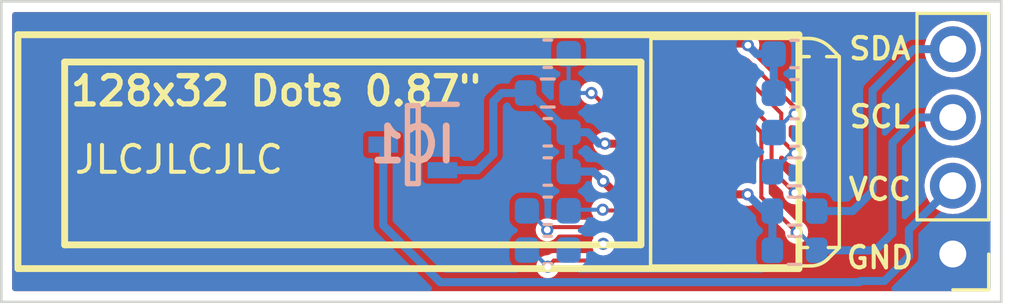
<source format=kicad_pcb>
(kicad_pcb (version 20221018) (generator pcbnew)
  (layers (0 "F.Cu" signal) (31 "B.Cu" signal) (34 "B.Paste" user) (35 "F.Paste" user) (36 "B.SilkS" user "B.Silkscreen") (37 "F.SilkS" user "F.Silkscreen") (38 "B.Mask" user) (39 "F.Mask" user) (44 "Edge.Cuts" user))
  (net 0 "")
  (net 2 "Net-(U1-c2n)")
  (net 3 "Net-(U1-c2p)")
  (net 4 "Net-(U1-c1n)")
  (net 5 "Net-(U1-c1p)")
  (net 6 "GND")
  (net 7 "/VCC_OLED")
  (net 8 "Net-(U1-RES#)")
  (net 9 "Net-(U1-VCOMH)")
  (net 10 "Net-(U1-VCC)")
  (net 11 "/VCC_IN")
  (net 12 "/OLED_SCL")
  (net 13 "/OLED_SDA")
  (net 14 "Net-(U1-IREF)")
  (footprint "kicad_lceda:中景园0.87寸OLED" (layer "F.Cu") (at 89.94 59.285)
    (fp_text reference "U1" hide)
    (fp_text value "中景园_0.87寸OLED" hide)
    (fp_text user "128x32 Dots 0.87\"" (at -22.73 -2.265) (layer "F.SilkS") (effects (font (size 1.05 1.05) (thickness 0.203)) (justify left)))
    (fp_line (start -24.585 -4.364) (end -24.585 4.336) (stroke (width 0.254)) (layer "F.SilkS"))
    (fp_line (start -24.585 -4.364) (end 4.415 -4.364) (stroke (width 0.254)) (layer "F.SilkS"))
    (fp_line (start -22.849 -3.348) (end -1.449 -3.348) (stroke (width 0.254)) (layer "F.SilkS"))
    (fp_line (start -22.849 3.452) (end -22.849 -3.348) (stroke (width 0.254)) (layer "F.SilkS"))
    (fp_line (start -1.449 -3.348) (end -1.449 3.452) (stroke (width 0.254)) (layer "F.SilkS"))
    (fp_line (start -1.449 3.452) (end -22.849 3.452) (stroke (width 0.254)) (layer "F.SilkS"))
    (fp_line (start -1.092 4.24) (end 4.849 4.236) (stroke (width 0.127)) (layer "F.SilkS"))
    (fp_line (start -1.079 -4.226) (end -1.092 4.24) (stroke (width 0.127)) (layer "F.SilkS"))
    (fp_line (start -1.079 -4.226) (end 4.761 -4.226) (stroke (width 0.127)) (layer "F.SilkS"))
    (fp_line (start 4.415 4.336) (end -24.585 4.336) (stroke (width 0.254)) (layer "F.SilkS"))
    (fp_line (start 4.415 4.336) (end 4.415 -4.364) (stroke (width 0.254)) (layer "F.SilkS"))
    (fp_line (start 4.738 3.551) (end 4.415 3.551) (stroke (width 0.127)) (layer "F.SilkS"))
    (fp_line (start 4.798 -3.549) (end 4.415 -3.549) (stroke (width 0.127)) (layer "F.SilkS"))
    (fp_line (start 5.499 3.967) (end 5.915 3.551) (stroke (width 0.127)) (layer "F.SilkS"))
    (fp_line (start 5.574 -3.89) (end 5.915 -3.549) (stroke (width 0.127)) (layer "F.SilkS"))
    (fp_line (start 5.915 -3.549) (end 5.446 -3.549) (stroke (width 0.127)) (layer "F.SilkS"))
    (fp_line (start 5.915 3.551) (end 5.506 3.551) (stroke (width 0.127)) (layer "F.SilkS"))
    (fp_line (start 5.915 3.551) (end 5.915 -3.549) (stroke (width 0.127)) (layer "F.SilkS"))
    (fp_arc (start 4.761 -4.226756) (mid 5.200993 -4.139236) (end 5.574 -3.89) (stroke (width 0.127)) (layer "F.SilkS"))
    (fp_arc (start 5.499 3.967) (mid 5.200769 4.16627) (end 4.848981 4.236239) (stroke (width 0.127)) (layer "F.SilkS"))
    (pad "1" smd rect (at 0 4.035) (size 4 0.32) (layers "F.Cu" "F.Paste" "F.Mask") (net 3 "Net-(U1-c2p)"))
    (pad "2" smd rect (at 0 3.414) (size 4 0.32) (layers "F.Cu" "F.Paste" "F.Mask") (net 2 "Net-(U1-c2n)"))
    (pad "3" smd rect (at 0 2.793) (size 4 0.32) (layers "F.Cu" "F.Paste" "F.Mask") (net 5 "Net-(U1-c1p)"))
    (pad "4" smd rect (at 0 2.173) (size 4 0.32) (layers "F.Cu" "F.Paste" "F.Mask") (net 4 "Net-(U1-c1n)"))
    (pad "5" smd rect (at 0 1.552) (size 4 0.32) (layers "F.Cu" "F.Paste" "F.Mask") (net 7 "/VCC_OLED"))
    (pad "6" smd rect (at 0 0.931) (size 4 0.32) (layers "F.Cu" "F.Paste" "F.Mask"))
    (pad "7" smd rect (at 0 0.31) (size 4 0.32) (layers "F.Cu" "F.Paste" "F.Mask") (net 6 "GND"))
    (pad "8" smd rect (at 0 -0.31) (size 4 0.32) (layers "F.Cu" "F.Paste" "F.Mask") (net 7 "/VCC_OLED"))
    (pad "9" smd rect (at 0 -0.931) (size 4 0.32) (layers "F.Cu" "F.Paste" "F.Mask") (net 8 "Net-(U1-RES#)"))
    (pad "10" smd rect (at 0 -1.552) (size 4 0.32) (layers "F.Cu" "F.Paste" "F.Mask") (net 12 "/OLED_SCL"))
    (pad "11" smd rect (at 0 -2.173) (size 4 0.32) (layers "F.Cu" "F.Paste" "F.Mask") (net 13 "/OLED_SDA"))
    (pad "12" smd rect (at 0 -2.793) (size 4 0.32) (layers "F.Cu" "F.Paste" "F.Mask") (net 14 "Net-(U1-IREF)"))
    (pad "13" smd rect (at 0 -3.414) (size 4 0.32) (layers "F.Cu" "F.Paste" "F.Mask") (net 9 "Net-(U1-VCOMH)"))
    (pad "14" smd rect (at 0 -4.035) (size 4 0.32) (layers "F.Cu" "F.Paste" "F.Mask") (net 10 "Net-(U1-VCC)"))
  )
  (footprint "Connector_PinHeader_2.54mm:PinHeader_1x04_P2.54mm_Vertical" (layer "F.Cu") (at 100.07 63.078 180)
    (fp_text reference "J1" hide)
    (fp_text value "Connector_Pin" hide)
    (fp_line (start -1.33 -1.33) (end 0 -1.33) (stroke (width 0.12)) (layer "F.SilkS"))
    (fp_line (start -1.33 0) (end -1.33 -1.33) (stroke (width 0.12)) (layer "F.SilkS"))
    (fp_line (start -1.33 1.27) (end -1.33 8.95) (stroke (width 0.12)) (layer "F.SilkS"))
    (fp_line (start -1.33 1.27) (end 1.33 1.27) (stroke (width 0.12)) (layer "F.SilkS"))
    (fp_line (start -1.33 8.95) (end 1.33 8.95) (stroke (width 0.12)) (layer "F.SilkS"))
    (fp_line (start 1.33 1.27) (end 1.33 8.95) (stroke (width 0.12)) (layer "F.SilkS"))
    (pad "1" thru_hole rect (at 0 0 180) (size 1.7 1.7) (drill 1) (layers "*.Cu" "*.Mask") (net 6 "GND"))
    (pad "2" thru_hole oval (at 0 2.54 180) (size 1.7 1.7) (drill 1) (layers "*.Cu" "*.Mask") (net 11 "/VCC_IN"))
    (pad "3" thru_hole oval (at 0 5.08 180) (size 1.7 1.7) (drill 1) (layers "*.Cu" "*.Mask") (net 12 "/OLED_SCL"))
    (pad "4" thru_hole oval (at 0 7.62 180) (size 1.7 1.7) (drill 1) (layers "*.Cu" "*.Mask") (net 13 "/OLED_SDA"))
  )
  (footprint "Resistor_SMD:R_0603_1608Metric" (layer "B.Cu") (at 85.03 57.09)
    (fp_text reference "R1" hide)
    (fp_text value "4.7K" hide)
    (fp_line (start -0.237258 -0.5225) (end 0.237258 -0.5225) (stroke (width 0.12)) (layer "B.SilkS"))
    (fp_line (start -0.237258 0.5225) (end 0.237258 0.5225) (stroke (width 0.12)) (layer "B.SilkS"))
    (pad "1" smd roundrect (at -0.825 0) (size 0.8 0.95) (layers "B.Cu" "B.Paste" "B.Mask") (net 7 "/VCC_OLED"))
    (pad "2" smd roundrect (at 0.825 0) (size 0.8 0.95) (layers "B.Cu" "B.Paste" "B.Mask") (net 8 "Net-(U1-RES#)"))
  )
  (footprint "Resistor_SMD:R_0603_1608Metric" (layer "B.Cu") (at 94.195 62.94)
    (fp_text reference "R3" hide)
    (fp_text value "4.7K" hide)
    (fp_line (start -0.237258 -0.5225) (end 0.237258 -0.5225) (stroke (width 0.12)) (layer "B.SilkS"))
    (fp_line (start -0.237258 0.5225) (end 0.237258 0.5225) (stroke (width 0.12)) (layer "B.SilkS"))
    (pad "1" smd roundrect (at -0.825 0) (size 0.8 0.95) (layers "B.Cu" "B.Paste" "B.Mask") (net 7 "/VCC_OLED"))
    (pad "2" smd roundrect (at 0.825 0) (size 0.8 0.95) (layers "B.Cu" "B.Paste" "B.Mask") (net 12 "/OLED_SCL"))
  )
  (footprint "SamacSys_Parts:SOT95P240X115-3N" (layer "B.Cu") (at 80.02 59.01 180)
    (fp_text reference "IC1" (at 0 0) (layer "B.SilkS") (effects (font (size 1.27 1.27) (thickness 0.254)) (justify mirror)))
    (fp_text value "XC6206P332MR" hide)
    (fp_line (start -1.65 1.5) (end -0.55 1.5) (stroke (width 0.2)) (layer "B.SilkS"))
    (fp_line (start -0.2 -1.45) (end -0.2 1.45) (stroke (width 0.2)) (layer "B.SilkS"))
    (fp_line (start -0.2 1.45) (end 0.2 1.45) (stroke (width 0.2)) (layer "B.SilkS"))
    (fp_line (start 0.2 -1.45) (end -0.2 -1.45) (stroke (width 0.2)) (layer "B.SilkS"))
    (fp_line (start 0.2 1.45) (end 0.2 -1.45) (stroke (width 0.2)) (layer "B.SilkS"))
    (pad "1" smd rect (at -1.1 0.95 90) (size 0.6 1.1) (layers "B.Cu" "B.Paste" "B.Mask") (net 6 "GND"))
    (pad "2" smd rect (at -1.1 -0.95 90) (size 0.6 1.1) (layers "B.Cu" "B.Paste" "B.Mask") (net 7 "/VCC_OLED"))
    (pad "3" smd rect (at 1.1 0 90) (size 0.6 1.1) (layers "B.Cu" "B.Paste" "B.Mask") (net 11 "/VCC_IN"))
  )
  (footprint "Capacitor_SMD:C_0603_1608Metric" (layer "B.Cu") (at 94.195 55.64 180)
    (fp_text reference "C7" hide)
    (fp_text value "4.7uF" hide)
    (fp_line (start -0.14058 -0.51) (end 0.14058 -0.51) (stroke (width 0.12)) (layer "B.SilkS"))
    (fp_line (start -0.14058 0.51) (end 0.14058 0.51) (stroke (width 0.12)) (layer "B.SilkS"))
    (pad "1" smd roundrect (at -0.775 0 180) (size 0.9 0.95) (layers "B.Cu" "B.Paste" "B.Mask") (net 6 "GND"))
    (pad "2" smd roundrect (at 0.775 0 180) (size 0.9 0.95) (layers "B.Cu" "B.Paste" "B.Mask") (net 10 "Net-(U1-VCC)"))
  )
  (footprint "Resistor_SMD:R_0603_1608Metric" (layer "B.Cu") (at 94.195 61.48)
    (fp_text reference "R4" hide)
    (fp_text value "4.7K" hide)
    (fp_line (start -0.237258 -0.5225) (end 0.237258 -0.5225) (stroke (width 0.12)) (layer "B.SilkS"))
    (fp_line (start -0.237258 0.5225) (end 0.237258 0.5225) (stroke (width 0.12)) (layer "B.SilkS"))
    (pad "1" smd roundrect (at -0.825 0) (size 0.8 0.95) (layers "B.Cu" "B.Paste" "B.Mask") (net 7 "/VCC_OLED"))
    (pad "2" smd roundrect (at 0.825 0) (size 0.8 0.95) (layers "B.Cu" "B.Paste" "B.Mask") (net 13 "/OLED_SDA"))
  )
  (footprint "Capacitor_SMD:C_0603_1608Metric" (layer "B.Cu") (at 94.195 57.1 180)
    (fp_text reference "C8" hide)
    (fp_text value "0.1uF" hide)
    (fp_line (start -0.14058 -0.51) (end 0.14058 -0.51) (stroke (width 0.12)) (layer "B.SilkS"))
    (fp_line (start -0.14058 0.51) (end 0.14058 0.51) (stroke (width 0.12)) (layer "B.SilkS"))
    (pad "1" smd roundrect (at -0.775 0 180) (size 0.9 0.95) (layers "B.Cu" "B.Paste" "B.Mask") (net 6 "GND"))
    (pad "2" smd roundrect (at 0.775 0 180) (size 0.9 0.95) (layers "B.Cu" "B.Paste" "B.Mask") (net 10 "Net-(U1-VCC)"))
  )
  (footprint "Capacitor_SMD:C_0603_1608Metric" (layer "B.Cu") (at 85.03 58.55)
    (fp_text reference "C3" hide)
    (fp_text value "0.1uF" hide)
    (fp_line (start -0.14058 -0.51) (end 0.14058 -0.51) (stroke (width 0.12)) (layer "B.SilkS"))
    (fp_line (start -0.14058 0.51) (end 0.14058 0.51) (stroke (width 0.12)) (layer "B.SilkS"))
    (pad "1" smd roundrect (at -0.775 0) (size 0.9 0.95) (layers "B.Cu" "B.Paste" "B.Mask") (net 6 "GND"))
    (pad "2" smd roundrect (at 0.775 0) (size 0.9 0.95) (layers "B.Cu" "B.Paste" "B.Mask") (net 7 "/VCC_OLED"))
  )
  (footprint "Capacitor_SMD:C_0603_1608Metric" (layer "B.Cu") (at 85.03 55.63)
    (fp_text reference "C5" hide)
    (fp_text value "4.7uF" hide)
    (fp_line (start -0.14058 -0.51) (end 0.14058 -0.51) (stroke (width 0.12)) (layer "B.SilkS"))
    (fp_line (start -0.14058 0.51) (end 0.14058 0.51) (stroke (width 0.12)) (layer "B.SilkS"))
    (pad "1" smd roundrect (at -0.775 0) (size 0.9 0.95) (layers "B.Cu" "B.Paste" "B.Mask") (net 6 "GND"))
    (pad "2" smd roundrect (at 0.775 0) (size 0.9 0.95) (layers "B.Cu" "B.Paste" "B.Mask") (net 8 "Net-(U1-RES#)"))
  )
  (footprint "Capacitor_SMD:C_0603_1608Metric" (layer "B.Cu") (at 94.195 58.56 180)
    (fp_text reference "C6" hide)
    (fp_text value "2.2uF" hide)
    (fp_line (start -0.14058 -0.51) (end 0.14058 -0.51) (stroke (width 0.12)) (layer "B.SilkS"))
    (fp_line (start -0.14058 0.51) (end 0.14058 0.51) (stroke (width 0.12)) (layer "B.SilkS"))
    (pad "1" smd roundrect (at -0.775 0 180) (size 0.9 0.95) (layers "B.Cu" "B.Paste" "B.Mask") (net 6 "GND"))
    (pad "2" smd roundrect (at 0.775 0 180) (size 0.9 0.95) (layers "B.Cu" "B.Paste" "B.Mask") (net 9 "Net-(U1-VCOMH)"))
  )
  (footprint "Capacitor_SMD:C_0603_1608Metric" (layer "B.Cu") (at 85.03 62.93 180)
    (fp_text reference "C1" hide)
    (fp_text value "1uF" hide)
    (fp_line (start -0.14058 -0.51) (end 0.14058 -0.51) (stroke (width 0.12)) (layer "B.SilkS"))
    (fp_line (start -0.14058 0.51) (end 0.14058 0.51) (stroke (width 0.12)) (layer "B.SilkS"))
    (pad "1" smd roundrect (at -0.775 0 180) (size 0.9 0.95) (layers "B.Cu" "B.Paste" "B.Mask") (net 2 "Net-(U1-c2n)"))
    (pad "2" smd roundrect (at 0.775 0 180) (size 0.9 0.95) (layers "B.Cu" "B.Paste" "B.Mask") (net 3 "Net-(U1-c2p)"))
  )
  (footprint "Resistor_SMD:R_0603_1608Metric" (layer "B.Cu") (at 94.195 60.02 180)
    (fp_text reference "R2" hide)
    (fp_text value "560K" hide)
    (fp_line (start -0.237258 -0.5225) (end 0.237258 -0.5225) (stroke (width 0.12)) (layer "B.SilkS"))
    (fp_line (start -0.237258 0.5225) (end 0.237258 0.5225) (stroke (width 0.12)) (layer "B.SilkS"))
    (pad "1" smd roundrect (at -0.825 0 180) (size 0.8 0.95) (layers "B.Cu" "B.Paste" "B.Mask") (net 6 "GND"))
    (pad "2" smd roundrect (at 0.825 0 180) (size 0.8 0.95) (layers "B.Cu" "B.Paste" "B.Mask") (net 14 "Net-(U1-IREF)"))
  )
  (footprint "Capacitor_SMD:C_0603_1608Metric" (layer "B.Cu") (at 85.03 61.47 180)
    (fp_text reference "C2" hide)
    (fp_text value "1uF" hide)
    (fp_line (start -0.14058 -0.51) (end 0.14058 -0.51) (stroke (width 0.12)) (layer "B.SilkS"))
    (fp_line (start -0.14058 0.51) (end 0.14058 0.51) (stroke (width 0.12)) (layer "B.SilkS"))
    (pad "1" smd roundrect (at -0.775 0 180) (size 0.9 0.95) (layers "B.Cu" "B.Paste" "B.Mask") (net 4 "Net-(U1-c1n)"))
    (pad "2" smd roundrect (at 0.775 0 180) (size 0.9 0.95) (layers "B.Cu" "B.Paste" "B.Mask") (net 5 "Net-(U1-c1p)"))
  )
  (footprint "Capacitor_SMD:C_0603_1608Metric" (layer "B.Cu") (at 85.03 60.01)
    (fp_text reference "C4" hide)
    (fp_text value "4.7uF" hide)
    (fp_line (start -0.14058 -0.51) (end 0.14058 -0.51) (stroke (width 0.12)) (layer "B.SilkS"))
    (fp_line (start -0.14058 0.51) (end 0.14058 0.51) (stroke (width 0.12)) (layer "B.SilkS"))
    (pad "1" smd roundrect (at -0.775 0) (size 0.9 0.95) (layers "B.Cu" "B.Paste" "B.Mask") (net 6 "GND"))
    (pad "2" smd roundrect (at 0.775 0) (size 0.9 0.95) (layers "B.Cu" "B.Paste" "B.Mask") (net 7 "/VCC_OLED"))
  )
  (gr_rect (start 64.74 53.68) (end 101.87 64.86) (stroke (width 0.1)) (fill none) (layer "Edge.Cuts"))
  (gr_text "SCL" (at 96.158095 58.44) (layer "F.SilkS") (effects (font (size 0.8 0.8)) (justify left bottom)))
  (gr_text "GND" (at 96.04381 63.68) (layer "F.SilkS") (effects (font (size 0.8 0.8)) (justify left bottom)))
  (gr_text "JLCJLCJLC" (at 67.38 60.15) (layer "F.SilkS") (effects (font (size 1 1)) (justify left bottom)))
  (gr_text "VCC" (at 96.12 61.14) (layer "F.SilkS") (effects (font (size 0.8 0.8)) (justify left bottom)))
  (gr_text "SDA" (at 96.139048 55.91) (layer "F.SilkS") (effects (font (size 0.8 0.8)) (justify left bottom)))
  (segment (start 89.94 62.699) (end 87.091 62.699) (width 0.15) (layer "F.Cu") (net 2))
  (segment (start 87.091 62.699) (end 87.09 62.7) (width 0.15) (layer "F.Cu") (net 2))
  (via (at 87.09 62.7) (size 0.45) (drill 0.25) (layers "F.Cu" "B.Cu") (net 2))
  (segment (start 86.035 62.7) (end 85.805 62.93) (width 0.15) (layer "B.Cu") (net 2))
  (segment (start 87.09 62.7) (end 86.035 62.7) (width 0.15) (layer "B.Cu") (net 2))
  (segment (start 85.26 63.32) (end 89.94 63.32) (width 0.15) (layer "F.Cu") (net 3))
  (segment (start 85.03 63.55) (end 85.26 63.32) (width 0.15) (layer "F.Cu") (net 3))
  (via (at 85.03 63.55) (size 0.45) (drill 0.25) (layers "F.Cu" "B.Cu") (net 3))
  (segment (start 84.41 62.93) (end 85.03 63.55) (width 0.15) (layer "B.Cu") (net 3))
  (segment (start 84.255 62.93) (end 84.41 62.93) (width 0.15) (layer "B.Cu") (net 3))
  (segment (start 87.098 61.458) (end 87.07 61.43) (width 0.15) (layer "F.Cu") (net 4))
  (segment (start 89.94 61.458) (end 87.098 61.458) (width 0.15) (layer "F.Cu") (net 4))
  (via (at 87.07 61.43) (size 0.45) (drill 0.25) (layers "F.Cu" "B.Cu") (net 4))
  (segment (start 85.845 61.43) (end 85.805 61.47) (width 0.15) (layer "B.Cu") (net 4))
  (segment (start 87.07 61.43) (end 85.845 61.43) (width 0.15) (layer "B.Cu") (net 4))
  (segment (start 85.112 62.078) (end 89.94 62.078) (width 0.15) (layer "F.Cu") (net 5))
  (segment (start 85.01 62.18) (end 85.112 62.078) (width 0.15) (layer "F.Cu") (net 5))
  (via (at 85.01 62.18) (size 0.45) (drill 0.25) (layers "F.Cu" "B.Cu") (net 5))
  (segment (start 84.3 61.47) (end 85.01 62.18) (width 0.15) (layer "B.Cu") (net 5))
  (segment (start 84.255 61.47) (end 84.3 61.47) (width 0.15) (layer "B.Cu") (net 5))
  (segment (start 87.09 60.37) (end 87.557 60.837) (width 0.3) (layer "F.Cu") (net 7))
  (segment (start 89.94 58.975) (end 87.155 58.975) (width 0.3) (layer "F.Cu") (net 7))
  (segment (start 89.963 60.86) (end 89.94 60.837) (width 0.3) (layer "F.Cu") (net 7))
  (segment (start 87.155 58.975) (end 87.15 58.97) (width 0.3) (layer "F.Cu") (net 7))
  (segment (start 92.45 60.86) (end 89.963 60.86) (width 0.3) (layer "F.Cu") (net 7))
  (segment (start 87.557 60.837) (end 89.94 60.837) (width 0.3) (layer "F.Cu") (net 7))
  (via (at 87.15 58.97) (size 0.45) (drill 0.25) (layers "F.Cu" "B.Cu") (net 7))
  (via (at 92.45 60.86) (size 0.45) (drill 0.25) (layers "F.Cu" "B.Cu") (net 7))
  (via (at 87.09 60.37) (size 0.45) (drill 0.25) (layers "F.Cu" "B.Cu") (net 7))
  (segment (start 82.41 59.96) (end 83.01 59.36) (width 0.3) (layer "B.Cu") (net 7))
  (segment (start 87.15 58.97) (end 86.93 58.97) (width 0.3) (layer "B.Cu") (net 7))
  (segment (start 81.12 59.96) (end 82.41 59.96) (width 0.3) (layer "B.Cu") (net 7))
  (segment (start 93.07 61.48) (end 92.45 60.86) (width 0.3) (layer "B.Cu") (net 7))
  (segment (start 93.37 61.48) (end 93.37 62.94) (width 0.3) (layer "B.Cu") (net 7))
  (segment (start 86.51 58.55) (end 85.805 58.55) (width 0.3) (layer "B.Cu") (net 7))
  (segment (start 85.805 58.55) (end 85.805 60.01) (width 0.3) (layer "B.Cu") (net 7))
  (segment (start 84.205 57.09) (end 84.345 57.09) (width 0.3) (layer "B.Cu") (net 7))
  (segment (start 83.32 57.09) (end 84.205 57.09) (width 0.3) (layer "B.Cu") (net 7))
  (segment (start 86.93 58.97) (end 86.51 58.55) (width 0.3) (layer "B.Cu") (net 7))
  (segment (start 83.01 59.36) (end 83.01 57.4) (width 0.3) (layer "B.Cu") (net 7))
  (segment (start 83.01 57.4) (end 83.32 57.09) (width 0.3) (layer "B.Cu") (net 7))
  (segment (start 93.37 61.48) (end 93.07 61.48) (width 0.3) (layer "B.Cu") (net 7))
  (segment (start 84.345 57.09) (end 85.805 58.55) (width 0.3) (layer "B.Cu") (net 7))
  (segment (start 86.73 60.01) (end 85.805 60.01) (width 0.3) (layer "B.Cu") (net 7))
  (segment (start 87.09 60.37) (end 86.73 60.01) (width 0.3) (layer "B.Cu") (net 7))
  (segment (start 89.94 58.354) (end 87.404 58.354) (width 0.15) (layer "F.Cu") (net 8))
  (segment (start 86.97 57.38) (end 86.96 57.37) (width 0.15) (layer "F.Cu") (net 8))
  (segment (start 86.68 57.09) (end 86.65 57.09) (width 0.15) (layer "F.Cu") (net 8))
  (segment (start 86.97 57.92) (end 86.97 57.38) (width 0.15) (layer "F.Cu") (net 8))
  (segment (start 86.96 57.37) (end 86.68 57.09) (width 0.15) (layer "F.Cu") (net 8))
  (segment (start 87.404 58.354) (end 86.97 57.92) (width 0.15) (layer "F.Cu") (net 8))
  (via (at 86.65 57.09) (size 0.45) (drill 0.25) (layers "F.Cu" "B.Cu") (net 8))
  (segment (start 85.805 57.04) (end 85.855 57.09) (width 0.15) (layer "B.Cu") (net 8))
  (segment (start 85.805 55.63) (end 85.805 57.04) (width 0.15) (layer "B.Cu") (net 8))
  (segment (start 86.65 57.09) (end 85.855 57.09) (width 0.15) (layer "B.Cu") (net 8))
  (segment (start 94.2 57.62) (end 94.2 57.87) (width 0.15) (layer "F.Cu") (net 9))
  (segment (start 92.89 56.31) (end 94.2 57.62) (width 0.15) (layer "F.Cu") (net 9))
  (segment (start 89.94 55.871) (end 92.451 55.871) (width 0.15) (layer "F.Cu") (net 9))
  (segment (start 92.451 55.871) (end 92.89 56.31) (width 0.15) (layer "F.Cu") (net 9))
  (via (at 94.2 57.87) (size 0.45) (drill 0.25) (layers "F.Cu" "B.Cu") (net 9))
  (segment (start 94.2 57.87) (end 94.11 57.87) (width 0.15) (layer "B.Cu") (net 9))
  (segment (start 94.11 57.87) (end 93.42 58.56) (width 0.15) (layer "B.Cu") (net 9))
  (segment (start 92.4 55.25) (end 92.46 55.31) (width 0.3) (layer "F.Cu") (net 10))
  (segment (start 89.94 55.25) (end 92.4 55.25) (width 0.3) (layer "F.Cu") (net 10))
  (via (at 92.46 55.31) (size 0.45) (drill 0.25) (layers "F.Cu" "B.Cu") (net 10))
  (segment (start 93.42 55.64) (end 92.79 55.64) (width 0.3) (layer "B.Cu") (net 10))
  (segment (start 93.42 55.64) (end 93.42 57.1) (width 0.3) (layer "B.Cu") (net 10))
  (segment (start 92.79 55.64) (end 92.46 55.31) (width 0.3) (layer "B.Cu") (net 10))
  (segment (start 98.44 63.17) (end 97.53 64.08) (width 0.3) (layer "B.Cu") (net 11))
  (segment (start 100.07 60.538) (end 98.44 62.168) (width 0.3) (layer "B.Cu") (net 11))
  (segment (start 81.035 64.125) (end 78.92 62.01) (width 0.3) (layer "B.Cu") (net 11))
  (segment (start 78.92 62.01) (end 78.92 59.01) (width 0.3) (layer "B.Cu") (net 11))
  (segment (start 98.44 62.168) (end 98.44 63.17) (width 0.3) (layer "B.Cu") (net 11))
  (segment (start 96.595 64.125) (end 81.035 64.125) (width 0.3) (layer "B.Cu") (net 11))
  (segment (start 96.64 64.08) (end 96.595 64.125) (width 0.3) (layer "B.Cu") (net 11))
  (segment (start 97.53 64.08) (end 96.64 64.08) (width 0.3) (layer "B.Cu") (net 11))
  (segment (start 89.94 57.733) (end 92.143 57.733) (width 0.15) (layer "F.Cu") (net 12))
  (segment (start 92.96 58.55) (end 92.96 60.96) (width 0.15) (layer "F.Cu") (net 12))
  (segment (start 92.143 57.733) (end 92.96 58.55) (width 0.15) (layer "F.Cu") (net 12))
  (segment (start 92.96 60.96) (end 94.27 62.27) (width 0.15) (layer "F.Cu") (net 12))
  (via (at 94.27 62.27) (size 0.45) (drill 0.25) (layers "F.Cu" "B.Cu") (net 12))
  (segment (start 97.19 62.94) (end 97.83 62.3) (width 0.3) (layer "B.Cu") (net 12))
  (segment (start 94.35 62.27) (end 95.02 62.94) (width 0.15) (layer "B.Cu") (net 12))
  (segment (start 97.83 58.93) (end 98.762 57.998) (width 0.3) (layer "B.Cu") (net 12))
  (segment (start 98.762 57.998) (end 100.07 57.998) (width 0.3) (layer "B.Cu") (net 12))
  (segment (start 95.02 62.94) (end 97.19 62.94) (width 0.3) (layer "B.Cu") (net 12))
  (segment (start 94.27 62.27) (end 94.35 62.27) (width 0.15) (layer "B.Cu") (net 12))
  (segment (start 97.83 62.3) (end 97.83 58.93) (width 0.3) (layer "B.Cu") (net 12))
  (segment (start 89.94 57.112) (end 92.09 57.112) (width 0.15) (layer "F.Cu") (net 13))
  (segment (start 92.09 57.112) (end 93.34 58.362) (width 0.15) (layer "F.Cu") (net 13))
  (segment (start 93.34 59.94) (end 94.2 60.8) (width 0.15) (layer "F.Cu") (net 13))
  (segment (start 93.34 58.362) (end 93.34 59.94) (width 0.15) (layer "F.Cu") (net 13))
  (via (at 94.2 60.8) (size 0.45) (drill 0.25) (layers "F.Cu" "B.Cu") (net 13))
  (segment (start 97.09 60.74) (end 97.09 56.99) (width 0.3) (layer "B.Cu") (net 13))
  (segment (start 96.35 61.48) (end 97.09 60.74) (width 0.3) (layer "B.Cu") (net 13))
  (segment (start 94.34 60.8) (end 95.02 61.48) (width 0.15) (layer "B.Cu") (net 13))
  (segment (start 98.622 55.458) (end 100.07 55.458) (width 0.3) (layer "B.Cu") (net 13))
  (segment (start 97.09 56.99) (end 98.622 55.458) (width 0.3) (layer "B.Cu") (net 13))
  (segment (start 95.02 61.48) (end 96.35 61.48) (width 0.3) (layer "B.Cu") (net 13))
  (segment (start 94.2 60.8) (end 94.34 60.8) (width 0.15) (layer "B.Cu") (net 13))
  (segment (start 92.342 56.492) (end 93.7 57.85) (width 0.15) (layer "F.Cu") (net 14))
  (segment (start 89.94 56.492) (end 92.342 56.492) (width 0.15) (layer "F.Cu") (net 14))
  (segment (start 93.7 58.82) (end 94.21 59.33) (width 0.15) (layer "F.Cu") (net 14))
  (segment (start 93.7 57.85) (end 93.7 58.82) (width 0.15) (layer "F.Cu") (net 14))
  (via (at 94.21 59.33) (size 0.45) (drill 0.25) (layers "F.Cu" "B.Cu") (net 14))
  (segment (start 94.06 59.33) (end 93.37 60.02) (width 0.15) (layer "B.Cu") (net 14))
  (segment (start 94.21 59.33) (end 94.06 59.33) (width 0.15) (layer "B.Cu") (net 14))
  (zone (net 6) (net_name "GND") (layers "F&B.Cu") (connect_pads yes (clearance 0.2)) (min_thickness 0.2) (fill yes (thermal_gap 0.2) (thermal_bridge_width 0.2))
    (polygon (pts (xy 64.74 53.68) (xy 101.87 53.68) (xy 101.87 64.86) (xy 64.74 64.87)))
  )
)
</source>
